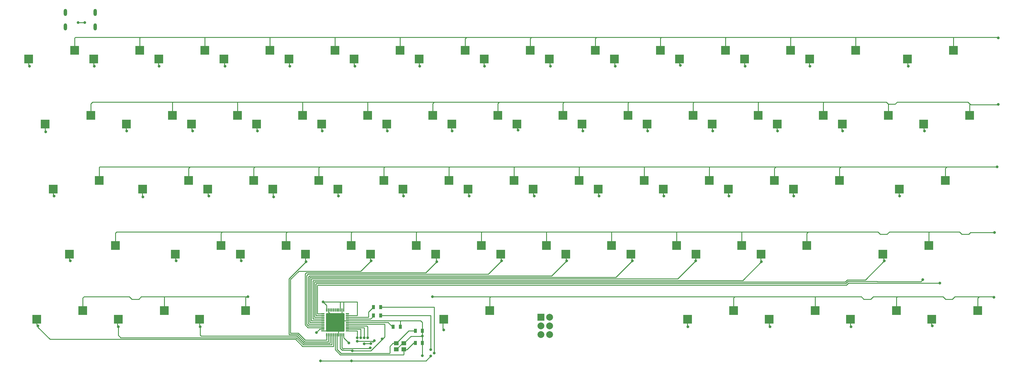
<source format=gbr>
%TF.GenerationSoftware,KiCad,Pcbnew,(6.0.8)*%
%TF.CreationDate,2023-01-01T11:03:00+00:00*%
%TF.ProjectId,USBKB,5553424b-422e-46b6-9963-61645f706362,rev?*%
%TF.SameCoordinates,Original*%
%TF.FileFunction,Copper,L2,Bot*%
%TF.FilePolarity,Positive*%
%FSLAX46Y46*%
G04 Gerber Fmt 4.6, Leading zero omitted, Abs format (unit mm)*
G04 Created by KiCad (PCBNEW (6.0.8)) date 2023-01-01 11:03:00*
%MOMM*%
%LPD*%
G01*
G04 APERTURE LIST*
G04 Aperture macros list*
%AMRoundRect*
0 Rectangle with rounded corners*
0 $1 Rounding radius*
0 $2 $3 $4 $5 $6 $7 $8 $9 X,Y pos of 4 corners*
0 Add a 4 corners polygon primitive as box body*
4,1,4,$2,$3,$4,$5,$6,$7,$8,$9,$2,$3,0*
0 Add four circle primitives for the rounded corners*
1,1,$1+$1,$2,$3*
1,1,$1+$1,$4,$5*
1,1,$1+$1,$6,$7*
1,1,$1+$1,$8,$9*
0 Add four rect primitives between the rounded corners*
20,1,$1+$1,$2,$3,$4,$5,0*
20,1,$1+$1,$4,$5,$6,$7,0*
20,1,$1+$1,$6,$7,$8,$9,0*
20,1,$1+$1,$8,$9,$2,$3,0*%
G04 Aperture macros list end*
%TA.AperFunction,SMDPad,CuDef*%
%ADD10R,2.550000X2.500000*%
%TD*%
%TA.AperFunction,ComponentPad*%
%ADD11O,1.000000X2.100000*%
%TD*%
%TA.AperFunction,ComponentPad*%
%ADD12R,2.000000X2.000000*%
%TD*%
%TA.AperFunction,ComponentPad*%
%ADD13C,2.000000*%
%TD*%
%TA.AperFunction,SMDPad,CuDef*%
%ADD14R,0.900000X1.300000*%
%TD*%
%TA.AperFunction,SMDPad,CuDef*%
%ADD15O,1.150000X0.300000*%
%TD*%
%TA.AperFunction,SMDPad,CuDef*%
%ADD16O,0.300000X1.150000*%
%TD*%
%TA.AperFunction,SMDPad,CuDef*%
%ADD17RoundRect,0.200000X2.500000X2.500000X-2.500000X2.500000X-2.500000X-2.500000X2.500000X-2.500000X0*%
%TD*%
%TA.AperFunction,SMDPad,CuDef*%
%ADD18R,1.400000X1.200000*%
%TD*%
%TA.AperFunction,ViaPad*%
%ADD19C,0.800000*%
%TD*%
%TA.AperFunction,Conductor*%
%ADD20C,0.250000*%
%TD*%
G04 APERTURE END LIST*
D10*
%TO.P,KSEVEN1,1*%
%TO.N,/ROW0*%
X172616180Y-33870000D03*
%TO.P,KSEVEN1,2*%
%TO.N,/COL7*%
X159166180Y-36410000D03*
%TD*%
%TO.P,KBSPACE1,1*%
%TO.N,/ROW0*%
X296441005Y-33870000D03*
%TO.P,KBSPACE1,2*%
%TO.N,/COL13*%
X282991005Y-36410000D03*
%TD*%
%TO.P,KE1,1*%
%TO.N,/ROW1*%
X105940003Y-52920000D03*
%TO.P,KE1,2*%
%TO.N,/COL3*%
X92490003Y-55460000D03*
%TD*%
%TO.P,KBSLASH1,1*%
%TO.N,/ROW1*%
X301202005Y-52920000D03*
%TO.P,KBSLASH1,2*%
%TO.N,/COL13*%
X287752005Y-55460000D03*
%TD*%
%TO.P,KA1,1*%
%TO.N,/ROW2*%
X72603005Y-71970000D03*
%TO.P,KA1,2*%
%TO.N,/COL1*%
X59153005Y-74510000D03*
%TD*%
%TO.P,KSPACE1,1*%
%TO.N,/ROW4*%
X160709005Y-110070000D03*
%TO.P,KSPACE1,2*%
%TO.N,/COL5*%
X147259005Y-112610000D03*
%TD*%
%TO.P,KC1,1*%
%TO.N,/ROW3*%
X120228005Y-91020000D03*
%TO.P,KC1,2*%
%TO.N,/COL3*%
X106778005Y-93560000D03*
%TD*%
%TO.P,KS1,1*%
%TO.N,/ROW2*%
X91653005Y-71970000D03*
%TO.P,KS1,2*%
%TO.N,/COL2*%
X78203005Y-74510000D03*
%TD*%
%TO.P,KF1,1*%
%TO.N,/ROW2*%
X129753005Y-71970000D03*
%TO.P,KF1,2*%
%TO.N,/COL4*%
X116303005Y-74510000D03*
%TD*%
%TO.P,KY1,1*%
%TO.N,/ROW1*%
X163090000Y-52920000D03*
%TO.P,KY1,2*%
%TO.N,/COL6*%
X149640000Y-55460000D03*
%TD*%
%TO.P,KCAPS1,1*%
%TO.N,/ROW2*%
X46409005Y-71970000D03*
%TO.P,KCAPS1,2*%
%TO.N,/COL0*%
X32959005Y-74510000D03*
%TD*%
%TO.P,KL1,1*%
%TO.N,/ROW2*%
X225003005Y-71970000D03*
%TO.P,KL1,2*%
%TO.N,/COL9*%
X211553005Y-74510000D03*
%TD*%
%TO.P,KB1,1*%
%TO.N,/ROW3*%
X158328005Y-91020000D03*
%TO.P,KB1,2*%
%TO.N,/COL5*%
X144878005Y-93560000D03*
%TD*%
%TO.P,KEIGHT1,1*%
%TO.N,/ROW0*%
X191666205Y-33870000D03*
%TO.P,KEIGHT1,2*%
%TO.N,/COL8*%
X178216205Y-36410000D03*
%TD*%
%TO.P,KRALT1,1*%
%TO.N,/ROW4*%
X232146005Y-110070000D03*
%TO.P,KRALT1,2*%
%TO.N,/COL8*%
X218696005Y-112610000D03*
%TD*%
%TO.P,KU1,1*%
%TO.N,/ROW1*%
X182139999Y-52920000D03*
%TO.P,KU1,2*%
%TO.N,/COL7*%
X168689999Y-55460000D03*
%TD*%
D11*
%TO.P,U1,*%
%TO.N,*%
X45220002Y-26945000D03*
X36580002Y-26945000D03*
X36580002Y-22765000D03*
X45220002Y-22765000D03*
%TD*%
D10*
%TO.P,KJ1,1*%
%TO.N,/ROW2*%
X186903005Y-71970000D03*
%TO.P,KJ1,2*%
%TO.N,/COL7*%
X173453005Y-74510000D03*
%TD*%
%TO.P,KSC1,1*%
%TO.N,/ROW2*%
X244053005Y-71970000D03*
%TO.P,KSC1,2*%
%TO.N,/COL10*%
X230603005Y-74510000D03*
%TD*%
%TO.P,KRB1,1*%
%TO.N,/ROW1*%
X277389994Y-52920000D03*
%TO.P,KRB1,2*%
%TO.N,/COL12*%
X263939994Y-55460000D03*
%TD*%
%TO.P,KZERO1,1*%
%TO.N,/ROW0*%
X229766255Y-33870000D03*
%TO.P,KZERO1,2*%
%TO.N,/COL10*%
X216316255Y-36410000D03*
%TD*%
%TO.P,KDASH1,1*%
%TO.N,/ROW0*%
X248816280Y-33870000D03*
%TO.P,KDASH1,2*%
%TO.N,/COL11*%
X235366280Y-36410000D03*
%TD*%
%TO.P,KLALT1,1*%
%TO.N,/ROW4*%
X89272505Y-110070000D03*
%TO.P,KLALT1,2*%
%TO.N,/COL2*%
X75822505Y-112610000D03*
%TD*%
%TO.P,KRCTRL1,1*%
%TO.N,/ROW4*%
X279771337Y-110070000D03*
%TO.P,KRCTRL1,2*%
%TO.N,/COL10*%
X266321337Y-112610000D03*
%TD*%
%TO.P,KZ1,1*%
%TO.N,/ROW3*%
X82128005Y-91020000D03*
%TO.P,KZ1,2*%
%TO.N,/COL1*%
X68678005Y-93560000D03*
%TD*%
%TO.P,KW1,1*%
%TO.N,/ROW1*%
X86890004Y-52920000D03*
%TO.P,KW1,2*%
%TO.N,/COL2*%
X73440004Y-55460000D03*
%TD*%
%TO.P,KLCTRL1,1*%
%TO.N,/ROW4*%
X41647005Y-110070000D03*
%TO.P,KLCTRL1,2*%
%TO.N,/COL0*%
X28197005Y-112610000D03*
%TD*%
%TO.P,KLS1,1*%
%TO.N,/ROW3*%
X51172005Y-91020000D03*
%TO.P,KLS1,2*%
%TO.N,/COL0*%
X37722005Y-93560000D03*
%TD*%
%TO.P,KFIVE1,1*%
%TO.N,/ROW0*%
X134516130Y-33870000D03*
%TO.P,KFIVE1,2*%
%TO.N,/COL5*%
X121066130Y-36410000D03*
%TD*%
%TO.P,KRMETA1,1*%
%TO.N,/ROW4*%
X255958671Y-110070000D03*
%TO.P,KRMETA1,2*%
%TO.N,/COL9*%
X242508671Y-112610000D03*
%TD*%
%TO.P,KFOUR1,1*%
%TO.N,/ROW0*%
X115466105Y-33870000D03*
%TO.P,KFOUR1,2*%
%TO.N,/COL4*%
X102016105Y-36410000D03*
%TD*%
%TO.P,KQ1,1*%
%TO.N,/ROW1*%
X67840005Y-52920000D03*
%TO.P,KQ1,2*%
%TO.N,/COL1*%
X54390005Y-55460000D03*
%TD*%
%TO.P,KI1,1*%
%TO.N,/ROW1*%
X201189998Y-52920000D03*
%TO.P,KI1,2*%
%TO.N,/COL8*%
X187739998Y-55460000D03*
%TD*%
%TO.P,KK1,1*%
%TO.N,/ROW2*%
X205953005Y-71970000D03*
%TO.P,KK1,2*%
%TO.N,/COL8*%
X192503005Y-74510000D03*
%TD*%
%TO.P,KLMETA1,1*%
%TO.N,/ROW4*%
X65459755Y-110070000D03*
%TO.P,KLMETA1,2*%
%TO.N,/COL1*%
X52009755Y-112610000D03*
%TD*%
%TO.P,KTWO1,1*%
%TO.N,/ROW0*%
X77366055Y-33870000D03*
%TO.P,KTWO1,2*%
%TO.N,/COL2*%
X63916055Y-36410000D03*
%TD*%
%TO.P,KEQUALS1,1*%
%TO.N,/ROW0*%
X267866305Y-33870000D03*
%TO.P,KEQUALS1,2*%
%TO.N,/COL12*%
X254416305Y-36410000D03*
%TD*%
%TO.P,KONE1,1*%
%TO.N,/ROW0*%
X58316030Y-33870000D03*
%TO.P,KONE1,2*%
%TO.N,/COL1*%
X44866030Y-36410000D03*
%TD*%
%TO.P,KNINE1,1*%
%TO.N,/ROW0*%
X210716230Y-33870000D03*
%TO.P,KNINE1,2*%
%TO.N,/COL9*%
X197266230Y-36410000D03*
%TD*%
%TO.P,KAP1,1*%
%TO.N,/ROW2*%
X263103005Y-71970000D03*
%TO.P,KAP1,2*%
%TO.N,/COL11*%
X249653005Y-74510000D03*
%TD*%
%TO.P,KFN1,1*%
%TO.N,/ROW4*%
X303584003Y-110070000D03*
%TO.P,KFN1,2*%
%TO.N,/COL11*%
X290134003Y-112610000D03*
%TD*%
%TO.P,KH1,1*%
%TO.N,/ROW2*%
X167853005Y-71970000D03*
%TO.P,KH1,2*%
%TO.N,/COL6*%
X154403005Y-74510000D03*
%TD*%
%TO.P,KFSLASH1,1*%
%TO.N,/ROW3*%
X253578005Y-91020000D03*
%TO.P,KFSLASH1,2*%
%TO.N,/COL10*%
X240128005Y-93560000D03*
%TD*%
%TO.P,KRS1,1*%
%TO.N,/ROW3*%
X289297005Y-91020000D03*
%TO.P,KRS1,2*%
%TO.N,/COL11*%
X275847005Y-93560000D03*
%TD*%
%TO.P,KO1,1*%
%TO.N,/ROW1*%
X220239997Y-52920000D03*
%TO.P,KO1,2*%
%TO.N,/COL9*%
X206789997Y-55460000D03*
%TD*%
%TO.P,KESC1,1*%
%TO.N,/ROW0*%
X39266005Y-33870000D03*
%TO.P,KESC1,2*%
%TO.N,/COL0*%
X25816005Y-36410000D03*
%TD*%
D12*
%TO.P,U2,1,MISO*%
%TO.N,/ROW1*%
X175730000Y-111960000D03*
D13*
%TO.P,U2,2,Vcc*%
%TO.N,Net-(U1-PadA4/B9)*%
X178270000Y-111960000D03*
%TO.P,U2,3,SCK*%
%TO.N,/ROW3*%
X175730000Y-114500000D03*
%TO.P,U2,4,MOSI*%
%TO.N,/ROW2*%
X178270000Y-114500000D03*
%TO.P,U2,5,RST*%
%TO.N,Net-(U2-Pad5)*%
X175730000Y-117040000D03*
%TO.P,U2,6,GND*%
%TO.N,Net-(C1-Pad1)*%
X178270000Y-117040000D03*
%TD*%
D10*
%TO.P,KTAB1,1*%
%TO.N,/ROW1*%
X44028005Y-52920000D03*
%TO.P,KTAB1,2*%
%TO.N,/COL0*%
X30578005Y-55460000D03*
%TD*%
%TO.P,KN1,1*%
%TO.N,/ROW3*%
X177378005Y-91020000D03*
%TO.P,KN1,2*%
%TO.N,/COL6*%
X163928005Y-93560000D03*
%TD*%
%TO.P,KCOMMA1,1*%
%TO.N,/ROW3*%
X215478005Y-91020000D03*
%TO.P,KCOMMA1,2*%
%TO.N,/COL8*%
X202028005Y-93560000D03*
%TD*%
%TO.P,KR1,1*%
%TO.N,/ROW1*%
X124990002Y-52920000D03*
%TO.P,KR1,2*%
%TO.N,/COL4*%
X111540002Y-55460000D03*
%TD*%
%TO.P,KPERIOD1,1*%
%TO.N,/ROW3*%
X234528005Y-91020000D03*
%TO.P,KPERIOD1,2*%
%TO.N,/COL9*%
X221078005Y-93560000D03*
%TD*%
%TO.P,KG1,1*%
%TO.N,/ROW2*%
X148803005Y-71970000D03*
%TO.P,KG1,2*%
%TO.N,/COL5*%
X135353005Y-74510000D03*
%TD*%
%TO.P,KP1,1*%
%TO.N,/ROW1*%
X239289996Y-52920000D03*
%TO.P,KP1,2*%
%TO.N,/COL10*%
X225839996Y-55460000D03*
%TD*%
%TO.P,KM1,1*%
%TO.N,/ROW3*%
X196428005Y-91020000D03*
%TO.P,KM1,2*%
%TO.N,/COL7*%
X182978005Y-93560000D03*
%TD*%
%TO.P,KSIX1,1*%
%TO.N,/ROW0*%
X153566155Y-33870000D03*
%TO.P,KSIX1,2*%
%TO.N,/COL6*%
X140116155Y-36410000D03*
%TD*%
%TO.P,KRETURN1,1*%
%TO.N,/ROW2*%
X294059005Y-71970000D03*
%TO.P,KRETURN1,2*%
%TO.N,/COL12*%
X280609005Y-74510000D03*
%TD*%
%TO.P,KTHREE1,1*%
%TO.N,/ROW0*%
X96416080Y-33870000D03*
%TO.P,KTHREE1,2*%
%TO.N,/COL3*%
X82966080Y-36410000D03*
%TD*%
%TO.P,KX1,1*%
%TO.N,/ROW3*%
X101178005Y-91020000D03*
%TO.P,KX1,2*%
%TO.N,/COL2*%
X87728005Y-93560000D03*
%TD*%
%TO.P,KT1,1*%
%TO.N,/ROW1*%
X144040001Y-52920000D03*
%TO.P,KT1,2*%
%TO.N,/COL5*%
X130590001Y-55460000D03*
%TD*%
%TO.P,KLB1,1*%
%TO.N,/ROW1*%
X258339995Y-52920000D03*
%TO.P,KLB1,2*%
%TO.N,/COL11*%
X244889995Y-55460000D03*
%TD*%
%TO.P,KV1,1*%
%TO.N,/ROW3*%
X139278005Y-91020000D03*
%TO.P,KV1,2*%
%TO.N,/COL4*%
X125828005Y-93560000D03*
%TD*%
%TO.P,KD1,1*%
%TO.N,/ROW2*%
X110703005Y-71970000D03*
%TO.P,KD1,2*%
%TO.N,/COL3*%
X97253005Y-74510000D03*
%TD*%
D14*
%TO.P,R2,1*%
%TO.N,Net-(R2-Pad1)*%
X126700000Y-109000000D03*
%TO.P,R2,2*%
%TO.N,Net-(R2-Pad2)*%
X128800000Y-109000000D03*
%TD*%
%TO.P,C2,1*%
%TO.N,Net-(C1-Pad1)*%
X141050000Y-119500000D03*
%TO.P,C2,2*%
%TO.N,Net-(C2-Pad2)*%
X138950000Y-119500000D03*
%TD*%
%TO.P,C3,1*%
%TO.N,Net-(C1-Pad1)*%
X141050000Y-116000000D03*
%TO.P,C3,2*%
%TO.N,Net-(C3-Pad2)*%
X138950000Y-116000000D03*
%TD*%
%TO.P,C1,1*%
%TO.N,Net-(C1-Pad1)*%
X134550000Y-114750000D03*
%TO.P,C1,2*%
%TO.N,Net-(C1-Pad2)*%
X132450000Y-114750000D03*
%TD*%
D15*
%TO.P,U3,1,PE6*%
%TO.N,unconnected-(U3-Pad1)*%
X119125000Y-111000000D03*
%TO.P,U3,2,UVcc*%
%TO.N,Net-(U1-PadA4/B9)*%
X119125000Y-111500000D03*
%TO.P,U3,3,D-*%
%TO.N,Net-(R2-Pad1)*%
X119125000Y-112000000D03*
%TO.P,U3,4,D+*%
%TO.N,Net-(R1-Pad1)*%
X119125000Y-112500000D03*
%TO.P,U3,5,UGnd*%
%TO.N,Net-(C1-Pad1)*%
X119125000Y-113000000D03*
%TO.P,U3,6,UCap*%
%TO.N,Net-(C1-Pad2)*%
X119125000Y-113500000D03*
%TO.P,U3,7,VBus*%
%TO.N,Net-(U1-PadA4/B9)*%
X119125000Y-114000000D03*
%TO.P,U3,8,PB0(SS)*%
%TO.N,/ROW4*%
X119125000Y-114500000D03*
%TO.P,U3,9,PB1(SCL)*%
%TO.N,/ROW3*%
X119125000Y-115000000D03*
%TO.P,U3,10,PB2(MOSI)*%
%TO.N,/ROW2*%
X119125000Y-115500000D03*
%TO.P,U3,11,PB3(MISO)*%
%TO.N,/ROW1*%
X119125000Y-116000000D03*
D16*
%TO.P,U3,12,PB7*%
%TO.N,/ROW0*%
X118000000Y-117125000D03*
%TO.P,U3,13,~{RESET}*%
%TO.N,Net-(U2-Pad5)*%
X117500000Y-117125000D03*
%TO.P,U3,14,Vcc*%
%TO.N,Net-(U1-PadA4/B9)*%
X117000000Y-117125000D03*
%TO.P,U3,15,GND*%
%TO.N,Net-(C1-Pad1)*%
X116500000Y-117125000D03*
%TO.P,U3,16,XTAL2*%
%TO.N,Net-(C3-Pad2)*%
X116000000Y-117125000D03*
%TO.P,U3,17,XTAL1*%
%TO.N,Net-(C2-Pad2)*%
X115500000Y-117125000D03*
%TO.P,U3,18,PD0*%
%TO.N,/COL0*%
X115000000Y-117125000D03*
%TO.P,U3,19,PD1*%
%TO.N,/COL1*%
X114500000Y-117125000D03*
%TO.P,U3,20,PD2*%
%TO.N,/COL2*%
X114000000Y-117125000D03*
%TO.P,U3,21,PD3*%
%TO.N,/COL3*%
X113500000Y-117125000D03*
%TO.P,U3,22,PD5*%
%TO.N,/COL4*%
X113000000Y-117125000D03*
D15*
%TO.P,U3,23,GND*%
%TO.N,Net-(C1-Pad1)*%
X111875000Y-116000000D03*
%TO.P,U3,24,AVcc*%
%TO.N,Net-(U1-PadA4/B9)*%
X111875000Y-115500000D03*
%TO.P,U3,25,PD4*%
%TO.N,/COL5*%
X111875000Y-115000000D03*
%TO.P,U3,26,PD6*%
%TO.N,/COL6*%
X111875000Y-114500000D03*
%TO.P,U3,27,PD7*%
%TO.N,/COL7*%
X111875000Y-114000000D03*
%TO.P,U3,28,PB4*%
%TO.N,/COL8*%
X111875000Y-113500000D03*
%TO.P,U3,29,PB5*%
%TO.N,/COL9*%
X111875000Y-113000000D03*
%TO.P,U3,30,PB6*%
%TO.N,/COL10*%
X111875000Y-112500000D03*
%TO.P,U3,31,PC6*%
%TO.N,/COL11*%
X111875000Y-112000000D03*
%TO.P,U3,32,PC7*%
%TO.N,/COL12*%
X111875000Y-111500000D03*
%TO.P,U3,33,PE2*%
%TO.N,/COL13*%
X111875000Y-111000000D03*
D16*
%TO.P,U3,34,Vcc*%
%TO.N,Net-(U1-PadA4/B9)*%
X113000000Y-109875000D03*
%TO.P,U3,35,GND*%
%TO.N,Net-(C1-Pad1)*%
X113500000Y-109875000D03*
%TO.P,U3,36,PF7*%
%TO.N,unconnected-(U3-Pad36)*%
X114000000Y-109875000D03*
%TO.P,U3,37,PF6*%
%TO.N,unconnected-(U3-Pad37)*%
X114500000Y-109875000D03*
%TO.P,U3,38,PF5*%
%TO.N,unconnected-(U3-Pad38)*%
X115000000Y-109875000D03*
%TO.P,U3,39,PF4*%
%TO.N,unconnected-(U3-Pad39)*%
X115500000Y-109875000D03*
%TO.P,U3,40,PF1*%
%TO.N,unconnected-(U3-Pad40)*%
X116000000Y-109875000D03*
%TO.P,U3,41,PF0*%
%TO.N,unconnected-(U3-Pad41)*%
X116500000Y-109875000D03*
%TO.P,U3,42,AREF*%
%TO.N,Net-(U1-PadA4/B9)*%
X117000000Y-109875000D03*
%TO.P,U3,43,GND*%
%TO.N,Net-(C1-Pad1)*%
X117500000Y-109875000D03*
%TO.P,U3,44,AVcc*%
%TO.N,Net-(U1-PadA4/B9)*%
X118000000Y-109875000D03*
D17*
%TO.P,U3,45,GND*%
%TO.N,Net-(C1-Pad1)*%
X115500000Y-113500000D03*
%TD*%
D14*
%TO.P,R1,1*%
%TO.N,Net-(R1-Pad1)*%
X126700000Y-111500000D03*
%TO.P,R1,2*%
%TO.N,Net-(R1-Pad2)*%
X128800000Y-111500000D03*
%TD*%
D18*
%TO.P,Y1,1,1*%
%TO.N,Net-(C2-Pad2)*%
X135600000Y-121350000D03*
%TO.P,Y1,2,2*%
%TO.N,Net-(C1-Pad1)*%
X133400000Y-121350000D03*
%TO.P,Y1,3,3*%
%TO.N,Net-(C3-Pad2)*%
X133400000Y-119650000D03*
%TO.P,Y1,4,4*%
%TO.N,Net-(C1-Pad1)*%
X135600000Y-119650000D03*
%TD*%
D19*
%TO.N,Net-(C1-Pad1)*%
X141000000Y-123250000D03*
X141050000Y-117475500D03*
%TO.N,/ROW2*%
X123000000Y-118000000D03*
X309225500Y-68000000D03*
%TO.N,/COL1*%
X54500000Y-57500000D03*
X69000000Y-95500000D03*
X59250000Y-76750000D03*
X52000000Y-114750000D03*
X44997978Y-38493818D03*
%TO.N,/COL11*%
X290250000Y-114500000D03*
X249750000Y-76500000D03*
X276250000Y-95500000D03*
X245000000Y-57500000D03*
X235500000Y-38500000D03*
%TO.N,/ROW3*%
X308500000Y-87175000D03*
X124000000Y-118000000D03*
X125975402Y-119725402D03*
X124000000Y-119750000D03*
%TO.N,/COL5*%
X145250000Y-95750000D03*
X135500000Y-76500000D03*
X130750000Y-57500000D03*
X147250000Y-115750000D03*
X121250000Y-38500000D03*
%TO.N,/ROW1*%
X122000000Y-119000000D03*
X122000000Y-118000000D03*
X127000000Y-118825500D03*
X309620495Y-49675000D03*
%TO.N,/COL13*%
X288000000Y-57500000D03*
X283250000Y-38500000D03*
X292500000Y-102000000D03*
%TO.N,/ROW0*%
X119500000Y-119500000D03*
X309620495Y-30175000D03*
%TO.N,/COL3*%
X83248960Y-38499999D03*
X107000000Y-95750000D03*
X97500000Y-76750000D03*
X92750000Y-57500000D03*
%TO.N,/COL0*%
X28500000Y-114500000D03*
X38000000Y-95500000D03*
X26000000Y-38500000D03*
X30750000Y-57750000D03*
X33250000Y-76500000D03*
%TO.N,/COL8*%
X178500000Y-38500000D03*
X218750000Y-114750000D03*
X202500000Y-95500000D03*
X188000000Y-57500000D03*
X192750000Y-76500000D03*
%TO.N,/COL12*%
X264000000Y-57500000D03*
X287500000Y-101000000D03*
X280750000Y-76500000D03*
X254500000Y-38500000D03*
%TO.N,/COL4*%
X126000000Y-95500000D03*
X116500000Y-76500000D03*
X111750000Y-57500000D03*
X102250000Y-38500000D03*
%TO.N,/ROW4*%
X308325500Y-106175000D03*
X144000000Y-106000000D03*
X125000000Y-118000000D03*
X90000000Y-106000000D03*
%TO.N,/COL10*%
X216500000Y-38250000D03*
X226000000Y-57500000D03*
X230750000Y-76500000D03*
X266500000Y-114750000D03*
X240250000Y-95750000D03*
%TO.N,/COL6*%
X154750000Y-76500000D03*
X149750000Y-57500000D03*
X164250000Y-95500000D03*
X140250000Y-38500000D03*
%TO.N,/COL7*%
X159250000Y-38500000D03*
X169000000Y-57250000D03*
X183250000Y-95500000D03*
X173750000Y-76500000D03*
%TO.N,/COL9*%
X221000000Y-95500000D03*
X242750000Y-114750000D03*
X207000000Y-57500000D03*
X197500000Y-38500000D03*
X211750000Y-76500000D03*
%TO.N,/COL2*%
X88000000Y-95500000D03*
X63999364Y-38493818D03*
X78500000Y-76500000D03*
X76000000Y-114750000D03*
X73750000Y-57500000D03*
%TO.N,Net-(R1-Pad2)*%
X143500000Y-121500000D03*
%TO.N,Net-(R2-Pad2)*%
X40264720Y-25735132D03*
X42250000Y-25750000D03*
X144500000Y-122500000D03*
%TO.N,Net-(U2-Pad5)*%
X125737701Y-120987701D03*
%TO.N,Net-(U1-PadA4/B9)*%
X111250000Y-124750000D03*
X120250000Y-124750000D03*
X110000000Y-116500000D03*
X112000000Y-107500000D03*
X143500000Y-123325500D03*
X129250000Y-118375500D03*
X120500000Y-121825500D03*
%TD*%
D20*
%TO.N,Net-(C1-Pad1)*%
X130500000Y-113000000D02*
X134750000Y-113000000D01*
X141050000Y-116000000D02*
X141050000Y-117550000D01*
X141050000Y-113550000D02*
X141050000Y-116000000D01*
X115500000Y-113500000D02*
X117500000Y-111500000D01*
X115500000Y-113500000D02*
X115500000Y-112500000D01*
X117921751Y-113000000D02*
X119125000Y-113000000D01*
X141050000Y-123200000D02*
X141050000Y-119500000D01*
X113000000Y-116000000D02*
X111875000Y-116000000D01*
X141000000Y-123250000D02*
X141050000Y-123200000D01*
X134550000Y-114750000D02*
X134550000Y-113200000D01*
X116500000Y-114500000D02*
X116500000Y-117125000D01*
X130050000Y-113050000D02*
X130000000Y-113000000D01*
X135200000Y-119650000D02*
X135600000Y-119650000D01*
X134550000Y-113200000D02*
X134750000Y-113000000D01*
X115500000Y-113500000D02*
X117421751Y-113500000D01*
X119125000Y-113000000D02*
X130500000Y-113000000D01*
X115500000Y-112500000D02*
X113500000Y-110500000D01*
X130000000Y-113000000D02*
X130500000Y-113000000D01*
X115500000Y-113500000D02*
X116500000Y-114500000D01*
X117500000Y-111500000D02*
X117500000Y-109875000D01*
X134750000Y-113000000D02*
X140500000Y-113000000D01*
X137700000Y-117550000D02*
X135600000Y-119650000D01*
X133500000Y-121350000D02*
X135200000Y-119650000D01*
X133400000Y-121350000D02*
X133500000Y-121350000D01*
X113500000Y-110500000D02*
X113500000Y-109875000D01*
X115500000Y-113500000D02*
X113000000Y-116000000D01*
X117421751Y-113500000D02*
X117921751Y-113000000D01*
X141050000Y-117550000D02*
X141050000Y-119500000D01*
X140500000Y-113000000D02*
X141050000Y-113550000D01*
X141050000Y-117550000D02*
X137700000Y-117550000D01*
%TO.N,Net-(C1-Pad2)*%
X119125000Y-113500000D02*
X123772792Y-113500000D01*
X132450000Y-114750000D02*
X132250000Y-114750000D01*
X132250000Y-114750000D02*
X131000000Y-113500000D01*
X131000000Y-113500000D02*
X123772792Y-113500000D01*
%TO.N,Net-(C2-Pad2)*%
X136500000Y-121500000D02*
X135750000Y-121500000D01*
X135600000Y-122900000D02*
X135600000Y-121350000D01*
X135750000Y-121500000D02*
X135600000Y-121350000D01*
X115500000Y-117125000D02*
X115500000Y-121500000D01*
X138500000Y-119500000D02*
X136500000Y-121500000D01*
X135500000Y-123000000D02*
X135600000Y-122900000D01*
X115500000Y-121500000D02*
X117000000Y-123000000D01*
X117000000Y-123000000D02*
X135500000Y-123000000D01*
X138950000Y-119500000D02*
X138500000Y-119500000D01*
%TO.N,Net-(C3-Pad2)*%
X137050000Y-116000000D02*
X133400000Y-119650000D01*
X117186396Y-122550000D02*
X116000000Y-121363604D01*
X131450000Y-122550000D02*
X131500000Y-122500000D01*
X133400000Y-119650000D02*
X132350000Y-119650000D01*
X120500000Y-122550000D02*
X117186396Y-122550000D01*
X138950000Y-116000000D02*
X137050000Y-116000000D01*
X120500000Y-122550000D02*
X131450000Y-122550000D01*
X116000000Y-121363604D02*
X116000000Y-117125000D01*
X131500000Y-122500000D02*
X131500000Y-120500000D01*
X131500000Y-120500000D02*
X132350000Y-119650000D01*
%TO.N,/ROW2*%
X92000000Y-68000000D02*
X91653005Y-68346995D01*
X110703005Y-68296995D02*
X110703005Y-71970000D01*
X294059005Y-68440995D02*
X294059005Y-71970000D01*
X46500000Y-68000000D02*
X73000000Y-68000000D01*
X244500000Y-68000000D02*
X263500000Y-68000000D01*
X168000000Y-68000000D02*
X167853005Y-68146995D01*
X111000000Y-68000000D02*
X130000000Y-68000000D01*
X123000000Y-115500000D02*
X119125000Y-115500000D01*
X294500000Y-68000000D02*
X294059005Y-68440995D01*
X187000000Y-68000000D02*
X206000000Y-68000000D01*
X263103005Y-68396995D02*
X263103005Y-71970000D01*
X149000000Y-68000000D02*
X168000000Y-68000000D01*
X167853005Y-68146995D02*
X167853005Y-71970000D01*
X168000000Y-68000000D02*
X187000000Y-68000000D01*
X244500000Y-68000000D02*
X244053005Y-68446995D01*
X111000000Y-68000000D02*
X110703005Y-68296995D01*
X73000000Y-68000000D02*
X92000000Y-68000000D01*
X205953005Y-68046995D02*
X205953005Y-71970000D01*
X91653005Y-68346995D02*
X91653005Y-71970000D01*
X46409005Y-71970000D02*
X46409005Y-68090995D01*
X263500000Y-68000000D02*
X294500000Y-68000000D01*
X206000000Y-68000000D02*
X225000000Y-68000000D01*
X130000000Y-68000000D02*
X129753005Y-68246995D01*
X129753005Y-68246995D02*
X129753005Y-71970000D01*
X130000000Y-68000000D02*
X149000000Y-68000000D01*
X244053005Y-68446995D02*
X244053005Y-71970000D01*
X225000000Y-68000000D02*
X225003005Y-68003005D01*
X225003005Y-68003005D02*
X225003005Y-71970000D01*
X225000000Y-68000000D02*
X244500000Y-68000000D01*
X72603005Y-68396995D02*
X72603005Y-71970000D01*
X73000000Y-68000000D02*
X72603005Y-68396995D01*
X309225500Y-68000000D02*
X294500000Y-68000000D01*
X148803005Y-68196995D02*
X148803005Y-71970000D01*
X263500000Y-68000000D02*
X263103005Y-68396995D01*
X149000000Y-68000000D02*
X148803005Y-68196995D01*
X92000000Y-68000000D02*
X111000000Y-68000000D01*
X123000000Y-118000000D02*
X123000000Y-115500000D01*
X206000000Y-68000000D02*
X205953005Y-68046995D01*
X186903005Y-68096995D02*
X186903005Y-71970000D01*
X187000000Y-68000000D02*
X186903005Y-68096995D01*
X46409005Y-68090995D02*
X46500000Y-68000000D01*
%TO.N,/COL1*%
X54316005Y-57316005D02*
X54500000Y-57500000D01*
X54316005Y-55410000D02*
X54316005Y-57316005D01*
X68816005Y-93410000D02*
X68816005Y-95316005D01*
X52000000Y-117250000D02*
X52750000Y-118000000D01*
X114500000Y-120050000D02*
X114500000Y-117125000D01*
X44813983Y-38309823D02*
X44997978Y-38493818D01*
X68816005Y-95316005D02*
X69000000Y-95500000D01*
X51816005Y-114566005D02*
X52000000Y-114750000D01*
X104136396Y-118000000D02*
X106186396Y-120050000D01*
X44813983Y-36403818D02*
X44813983Y-38309823D01*
X52000000Y-114750000D02*
X52000000Y-117250000D01*
X51816005Y-112660000D02*
X51816005Y-114566005D01*
X59066005Y-76566005D02*
X59250000Y-76750000D01*
X106186396Y-120050000D02*
X114500000Y-120050000D01*
X52750000Y-118000000D02*
X104136396Y-118000000D01*
X59066005Y-74660000D02*
X59066005Y-76566005D01*
%TO.N,/COL11*%
X270689301Y-101060699D02*
X276250000Y-95500000D01*
X235316005Y-36410000D02*
X235316005Y-38316005D01*
X276066005Y-93410000D02*
X276066005Y-95316005D01*
X235316005Y-38316005D02*
X235500000Y-38500000D01*
X249566005Y-74410000D02*
X249566005Y-76316005D01*
X111875000Y-112000000D02*
X109421506Y-112000000D01*
X290066005Y-112410000D02*
X290066005Y-114316005D01*
X276066005Y-95316005D02*
X276250000Y-95500000D01*
X244816005Y-55410000D02*
X244816005Y-57316005D01*
X264805159Y-101650000D02*
X265394460Y-101060699D01*
X109500000Y-101650000D02*
X264805159Y-101650000D01*
X290066005Y-114316005D02*
X290250000Y-114500000D01*
X244816005Y-57316005D02*
X245000000Y-57500000D01*
X109421506Y-101728494D02*
X109500000Y-101650000D01*
X265394460Y-101060699D02*
X270689301Y-101060699D01*
X109421506Y-112000000D02*
X109421506Y-101728494D01*
X249566005Y-76316005D02*
X249750000Y-76500000D01*
%TO.N,/ROW3*%
X274339951Y-87000000D02*
X275039252Y-87699301D01*
X196500000Y-87000000D02*
X215500000Y-87000000D01*
X196500000Y-87000000D02*
X196428005Y-87071995D01*
X139278005Y-87221995D02*
X139278005Y-91020000D01*
X234556010Y-87000000D02*
X254000000Y-87000000D01*
X177500000Y-87000000D02*
X177378005Y-87121995D01*
X253578005Y-87421995D02*
X253578005Y-91020000D01*
X289297005Y-87202995D02*
X289297005Y-91020000D01*
X51172005Y-91020000D02*
X51172005Y-87327995D01*
X234528005Y-87028005D02*
X234528005Y-91020000D01*
X298215951Y-87000000D02*
X289500000Y-87000000D01*
X215500000Y-87000000D02*
X234500000Y-87000000D01*
X277022758Y-87699301D02*
X277722059Y-87000000D01*
X254000000Y-87000000D02*
X274339951Y-87000000D01*
X120228005Y-87271995D02*
X120228005Y-91020000D01*
X158500000Y-87000000D02*
X177500000Y-87000000D01*
X101500000Y-87000000D02*
X120500000Y-87000000D01*
X120500000Y-87000000D02*
X120228005Y-87271995D01*
X125975402Y-119725402D02*
X124024598Y-119725402D01*
X254000000Y-87000000D02*
X253578005Y-87421995D01*
X51172005Y-87327995D02*
X51500000Y-87000000D01*
X177378005Y-87121995D02*
X177378005Y-91020000D01*
X300975699Y-87699301D02*
X298915252Y-87699301D01*
X298915252Y-87699301D02*
X298215951Y-87000000D01*
X196428005Y-87071995D02*
X196428005Y-91020000D01*
X119125000Y-115000000D02*
X124000000Y-115000000D01*
X120500000Y-87000000D02*
X139500000Y-87000000D01*
X215500000Y-87000000D02*
X215478005Y-87021995D01*
X82128005Y-87371995D02*
X82128005Y-91020000D01*
X301500000Y-87175000D02*
X300975699Y-87699301D01*
X177500000Y-87000000D02*
X196500000Y-87000000D01*
X101500000Y-87000000D02*
X101178005Y-87321995D01*
X277722059Y-87000000D02*
X289500000Y-87000000D01*
X275039252Y-87699301D02*
X277022758Y-87699301D01*
X101178005Y-87321995D02*
X101178005Y-91020000D01*
X124000000Y-115000000D02*
X124000000Y-118000000D01*
X139500000Y-87000000D02*
X139278005Y-87221995D01*
X234500000Y-87000000D02*
X234528005Y-87028005D01*
X82500000Y-87000000D02*
X101500000Y-87000000D01*
X51500000Y-87000000D02*
X82500000Y-87000000D01*
X158328005Y-87171995D02*
X158328005Y-91020000D01*
X289500000Y-87000000D02*
X289297005Y-87202995D01*
X139500000Y-87000000D02*
X158500000Y-87000000D01*
X234528005Y-87028005D02*
X234556010Y-87000000D01*
X124024598Y-119725402D02*
X124000000Y-119750000D01*
X158500000Y-87000000D02*
X158328005Y-87171995D01*
X82500000Y-87000000D02*
X82128005Y-87371995D01*
X308500000Y-87175000D02*
X301500000Y-87175000D01*
X215478005Y-87021995D02*
X215478005Y-91020000D01*
%TO.N,/COL5*%
X106721506Y-99278494D02*
X106721506Y-114221506D01*
X145250000Y-95750000D02*
X142050000Y-98950000D01*
X145066005Y-95566005D02*
X145250000Y-95750000D01*
X142050000Y-98950000D02*
X107050000Y-98950000D01*
X121066005Y-36410000D02*
X121066005Y-38316005D01*
X145066005Y-93660000D02*
X145066005Y-95566005D01*
X106721506Y-114221506D02*
X107500000Y-115000000D01*
X130566005Y-57316005D02*
X130750000Y-57500000D01*
X107500000Y-115000000D02*
X111875000Y-115000000D01*
X107050000Y-98950000D02*
X106721506Y-99278494D01*
X121066005Y-38316005D02*
X121250000Y-38500000D01*
X147066005Y-113660000D02*
X147066005Y-115566005D01*
X147066005Y-115566005D02*
X147250000Y-115750000D01*
X130566005Y-55410000D02*
X130566005Y-57316005D01*
X135316005Y-74410000D02*
X135316005Y-76316005D01*
X135316005Y-76316005D02*
X135500000Y-76500000D01*
%TO.N,/ROW1*%
X182500000Y-49000000D02*
X185000000Y-49000000D01*
X220239997Y-52920000D02*
X220239997Y-49260003D01*
X276910976Y-49089025D02*
X277421252Y-49599301D01*
X124990002Y-52920000D02*
X124990002Y-49009998D01*
X239289996Y-52920000D02*
X239289996Y-49210004D01*
X201500000Y-49000000D02*
X203500000Y-49000000D01*
X125000000Y-49000000D02*
X127000000Y-49000000D01*
X301297252Y-49599301D02*
X301400699Y-49599301D01*
X126275305Y-119000000D02*
X122000000Y-119000000D01*
X122000000Y-118000000D02*
X122000000Y-116000000D01*
X122000000Y-116000000D02*
X119125000Y-116000000D01*
X301575699Y-49774301D02*
X301400699Y-49599301D01*
X126575500Y-119250000D02*
X126525305Y-119250000D01*
X259500000Y-49000000D02*
X276500000Y-49000000D01*
X241000000Y-49000000D02*
X259500000Y-49000000D01*
X239500000Y-49000000D02*
X241000000Y-49000000D01*
X277421252Y-49599301D02*
X277599301Y-49599301D01*
X44028005Y-52920000D02*
X44028005Y-49471995D01*
X163090000Y-52920000D02*
X163090000Y-49410000D01*
X67840005Y-52920000D02*
X67840005Y-49159995D01*
X300848976Y-49151025D02*
X301098976Y-49401025D01*
X258339995Y-52920000D02*
X258339995Y-49160005D01*
X279000000Y-49599301D02*
X279400699Y-49599301D01*
X105940003Y-49059997D02*
X106000000Y-49000000D01*
X301098976Y-49401025D02*
X301297252Y-49599301D01*
X144040001Y-52920000D02*
X144040001Y-49459999D01*
X300697951Y-49000000D02*
X300848976Y-49151025D01*
X277389994Y-49808608D02*
X277599301Y-49599301D01*
X68000000Y-49000000D02*
X68500000Y-49000000D01*
X44500000Y-49000000D02*
X68000000Y-49000000D01*
X88500000Y-49000000D02*
X106000000Y-49000000D01*
X279400699Y-49599301D02*
X280000000Y-49000000D01*
X221500000Y-49000000D02*
X239500000Y-49000000D01*
X220239997Y-49260003D02*
X220500000Y-49000000D01*
X201189998Y-52920000D02*
X201189998Y-49310002D01*
X106000000Y-49000000D02*
X108000000Y-49000000D01*
X239289996Y-49210004D02*
X239500000Y-49000000D01*
X201189998Y-49310002D02*
X201500000Y-49000000D01*
X67840005Y-49159995D02*
X68000000Y-49000000D01*
X44028005Y-49471995D02*
X44500000Y-49000000D01*
X182139999Y-49360001D02*
X182500000Y-49000000D01*
X277599301Y-49599301D02*
X279000000Y-49599301D01*
X280000000Y-49000000D02*
X300697951Y-49000000D01*
X127000000Y-118825500D02*
X126575500Y-119250000D01*
X185000000Y-49000000D02*
X201500000Y-49000000D01*
X277389994Y-52920000D02*
X277389994Y-49808608D01*
X220500000Y-49000000D02*
X221500000Y-49000000D01*
X68500000Y-49000000D02*
X87000000Y-49000000D01*
X108000000Y-49000000D02*
X125000000Y-49000000D01*
X124990002Y-49009998D02*
X125000000Y-49000000D01*
X301202005Y-49797995D02*
X301400699Y-49599301D01*
X258339995Y-49160005D02*
X258500000Y-49000000D01*
X163500000Y-49000000D02*
X144500000Y-49000000D01*
X309521194Y-49774301D02*
X301575699Y-49774301D01*
X86890004Y-49109996D02*
X87000000Y-49000000D01*
X276500000Y-49000000D02*
X276821951Y-49000000D01*
X301202005Y-52920000D02*
X301202005Y-49797995D01*
X127000000Y-49000000D02*
X144500000Y-49000000D01*
X163090000Y-49410000D02*
X163500000Y-49000000D01*
X86890004Y-52920000D02*
X86890004Y-49109996D01*
X126525305Y-119250000D02*
X126275305Y-119000000D01*
X309620495Y-49675000D02*
X309521194Y-49774301D01*
X144040001Y-49459999D02*
X144500000Y-49000000D01*
X105940003Y-52920000D02*
X105940003Y-49059997D01*
X203500000Y-49000000D02*
X220500000Y-49000000D01*
X163500000Y-49000000D02*
X182500000Y-49000000D01*
X276821951Y-49000000D02*
X276910976Y-49089025D01*
X87000000Y-49000000D02*
X88500000Y-49000000D01*
X182139999Y-52920000D02*
X182139999Y-49360001D01*
%TO.N,/COL13*%
X110321506Y-102678494D02*
X110321506Y-111000000D01*
X110321506Y-111000000D02*
X111875000Y-111000000D01*
X283066005Y-36410000D02*
X283066005Y-38316005D01*
X273960699Y-101960699D02*
X265767252Y-101960699D01*
X265177951Y-102550000D02*
X110450000Y-102550000D01*
X265767252Y-101960699D02*
X265177951Y-102550000D01*
X110450000Y-102550000D02*
X110321506Y-102678494D01*
X287816005Y-57316005D02*
X288000000Y-57500000D01*
X292500000Y-102000000D02*
X274000000Y-102000000D01*
X274000000Y-102000000D02*
X273960699Y-101960699D01*
X283066005Y-38316005D02*
X283250000Y-38500000D01*
X287816005Y-55410000D02*
X287816005Y-57316005D01*
%TO.N,/ROW0*%
X267866305Y-33870000D02*
X267866305Y-30133695D01*
X58316030Y-30183970D02*
X58500000Y-30000000D01*
X296500000Y-30000000D02*
X309445495Y-30000000D01*
X309445495Y-30000000D02*
X309620495Y-30175000D01*
X134516130Y-30016130D02*
X134500000Y-30000000D01*
X248816280Y-33870000D02*
X248816280Y-30183720D01*
X296500000Y-30000000D02*
X268000000Y-30000000D01*
X134500000Y-30000000D02*
X115500000Y-30000000D01*
X248816280Y-30183720D02*
X249000000Y-30000000D01*
X154000000Y-30000000D02*
X134500000Y-30000000D01*
X191666205Y-30333795D02*
X192000000Y-30000000D01*
X118000000Y-118000000D02*
X118000000Y-117125000D01*
X249000000Y-30000000D02*
X230000000Y-30000000D01*
X96416080Y-30083920D02*
X96500000Y-30000000D01*
X115466105Y-30033895D02*
X115500000Y-30000000D01*
X39266005Y-30233995D02*
X39500000Y-30000000D01*
X153566155Y-33870000D02*
X153566155Y-30433845D01*
X229766255Y-33870000D02*
X229766255Y-30233745D01*
X210716230Y-33870000D02*
X210716230Y-30283770D01*
X296441005Y-30058995D02*
X296500000Y-30000000D01*
X39266005Y-33870000D02*
X39266005Y-30233995D01*
X172616180Y-30383820D02*
X173000000Y-30000000D01*
X77366055Y-30133945D02*
X77500000Y-30000000D01*
X115466105Y-33870000D02*
X115466105Y-30033895D01*
X191666205Y-33870000D02*
X191666205Y-30333795D01*
X58316030Y-33870000D02*
X58316030Y-30183970D01*
X134516130Y-33870000D02*
X134516130Y-30016130D01*
X77500000Y-30000000D02*
X58500000Y-30000000D01*
X115500000Y-30000000D02*
X96500000Y-30000000D01*
X267866305Y-30133695D02*
X268000000Y-30000000D01*
X229766255Y-30233745D02*
X230000000Y-30000000D01*
X77366055Y-33870000D02*
X77366055Y-30133945D01*
X296441005Y-33870000D02*
X296441005Y-30058995D01*
X173000000Y-30000000D02*
X154000000Y-30000000D01*
X230000000Y-30000000D02*
X211000000Y-30000000D01*
X119500000Y-119500000D02*
X118000000Y-118000000D01*
X58500000Y-30000000D02*
X39500000Y-30000000D01*
X309370495Y-30175000D02*
X309620495Y-30175000D01*
X96416080Y-33870000D02*
X96416080Y-30083920D01*
X268000000Y-30000000D02*
X249000000Y-30000000D01*
X96500000Y-30000000D02*
X77500000Y-30000000D01*
X211000000Y-30000000D02*
X192000000Y-30000000D01*
X172616180Y-33870000D02*
X172616180Y-30383820D01*
X210716230Y-30283770D02*
X211000000Y-30000000D01*
X153566155Y-30433845D02*
X154000000Y-30000000D01*
X192000000Y-30000000D02*
X173000000Y-30000000D01*
%TO.N,/COL3*%
X83064965Y-36409999D02*
X83064965Y-38316004D01*
X106559188Y-119150000D02*
X113500000Y-119150000D01*
X92566005Y-55410000D02*
X92566005Y-57316005D01*
X97316005Y-74660000D02*
X97316005Y-76566005D01*
X113500000Y-119150000D02*
X113500000Y-117125000D01*
X104484189Y-117075001D02*
X106559188Y-119150000D01*
X97316005Y-76566005D02*
X97500000Y-76750000D01*
X102000000Y-117075001D02*
X104484189Y-117075001D01*
X92566005Y-57316005D02*
X92750000Y-57500000D01*
X106816005Y-95566005D02*
X107000000Y-95750000D01*
X107000000Y-95750000D02*
X102000000Y-100750000D01*
X83064965Y-38316004D02*
X83248960Y-38499999D01*
X106816005Y-93660000D02*
X106816005Y-95566005D01*
X102000000Y-100750000D02*
X102000000Y-117075001D01*
%TO.N,/COL0*%
X25816005Y-36410000D02*
X25816005Y-38316005D01*
X103950000Y-118450000D02*
X106000000Y-120500000D01*
X37722005Y-95222005D02*
X38000000Y-95500000D01*
X106000000Y-120500000D02*
X115000000Y-120500000D01*
X28197005Y-114197005D02*
X28500000Y-114500000D01*
X115000000Y-120500000D02*
X115000000Y-117125000D01*
X25816005Y-38316005D02*
X26000000Y-38500000D01*
X28500000Y-114500000D02*
X28500000Y-114940764D01*
X32009236Y-118450000D02*
X103950000Y-118450000D01*
X37722005Y-93560000D02*
X37722005Y-95222005D01*
X30578005Y-57578005D02*
X30750000Y-57750000D01*
X32959005Y-76209005D02*
X33250000Y-76500000D01*
X28197005Y-112610000D02*
X28197005Y-114197005D01*
X32959005Y-74510000D02*
X32959005Y-76209005D01*
X30578005Y-55460000D02*
X30578005Y-57578005D01*
X28500000Y-114940764D02*
X32009236Y-118450000D01*
%TO.N,/COL8*%
X187816005Y-57316005D02*
X188000000Y-57500000D01*
X192566005Y-74410000D02*
X192566005Y-76316005D01*
X202500000Y-95500000D02*
X197700000Y-100300000D01*
X197700000Y-100300000D02*
X108200000Y-100300000D01*
X202316005Y-95316005D02*
X202500000Y-95500000D01*
X108200000Y-100300000D02*
X108071506Y-100428494D01*
X192566005Y-76316005D02*
X192750000Y-76500000D01*
X178316005Y-36410000D02*
X178316005Y-38316005D01*
X108071506Y-100428494D02*
X108071506Y-113500000D01*
X178316005Y-38316005D02*
X178500000Y-38500000D01*
X202316005Y-93410000D02*
X202316005Y-95316005D01*
X218566005Y-114566005D02*
X218750000Y-114750000D01*
X108071506Y-113500000D02*
X111875000Y-113500000D01*
X187816005Y-55410000D02*
X187816005Y-57316005D01*
X218566005Y-112660000D02*
X218566005Y-114566005D01*
%TO.N,/COL12*%
X280566005Y-76316005D02*
X280750000Y-76500000D01*
X286950000Y-101550000D02*
X287500000Y-101000000D01*
X264991555Y-102100000D02*
X265580856Y-101510699D01*
X280566005Y-74410000D02*
X280566005Y-76316005D01*
X263816005Y-57316005D02*
X264000000Y-57500000D01*
X274186396Y-101550000D02*
X286950000Y-101550000D01*
X111875000Y-111500000D02*
X109871506Y-111500000D01*
X254316005Y-38316005D02*
X254500000Y-38500000D01*
X274147095Y-101510699D02*
X274186396Y-101550000D01*
X110000000Y-102100000D02*
X264991555Y-102100000D01*
X265580856Y-101510699D02*
X274147095Y-101510699D01*
X109871506Y-102228494D02*
X110000000Y-102100000D01*
X254316005Y-36410000D02*
X254316005Y-38316005D01*
X109871506Y-111500000D02*
X109871506Y-102228494D01*
X263816005Y-55410000D02*
X263816005Y-57316005D01*
%TO.N,/COL4*%
X111566005Y-57316005D02*
X111750000Y-57500000D01*
X102450000Y-100936396D02*
X102450000Y-116625001D01*
X126000000Y-95500000D02*
X123000000Y-98500000D01*
X116316005Y-74410000D02*
X116316005Y-76316005D01*
X125816005Y-93410000D02*
X125816005Y-95316005D01*
X123000000Y-98500000D02*
X104886396Y-98500000D01*
X113000000Y-118700000D02*
X113000000Y-117125000D01*
X104670585Y-116625001D02*
X106745584Y-118700000D01*
X106745584Y-118700000D02*
X113000000Y-118700000D01*
X116316005Y-76316005D02*
X116500000Y-76500000D01*
X104886396Y-98500000D02*
X102450000Y-100936396D01*
X102066005Y-38316005D02*
X102250000Y-38500000D01*
X102066005Y-36410000D02*
X102066005Y-38316005D01*
X102450000Y-116625001D02*
X104670585Y-116625001D01*
X125816005Y-95316005D02*
X126000000Y-95500000D01*
X111566005Y-55410000D02*
X111566005Y-57316005D01*
%TO.N,/ROW4*%
X280000000Y-106000000D02*
X293403951Y-106000000D01*
X272260758Y-106749301D02*
X273010059Y-106000000D01*
X232500000Y-106000000D02*
X232146005Y-106353995D01*
X269500000Y-106000000D02*
X270249301Y-106749301D01*
X42000000Y-106000000D02*
X55278951Y-106000000D01*
X65500000Y-106000000D02*
X89500000Y-106000000D01*
X308150500Y-106000000D02*
X308325500Y-106175000D01*
X280000000Y-106000000D02*
X279771337Y-106228663D01*
X65459755Y-106040245D02*
X65459755Y-110070000D01*
X304000000Y-106000000D02*
X308150500Y-106000000D01*
X296136758Y-106749301D02*
X296886059Y-106000000D01*
X58761059Y-106000000D02*
X65500000Y-106000000D01*
X89500000Y-106000000D02*
X90000000Y-106000000D01*
X296886059Y-106000000D02*
X304000000Y-106000000D01*
X160709005Y-106290995D02*
X160709005Y-110070000D01*
X293403951Y-106000000D02*
X294153252Y-106749301D01*
X125000000Y-118000000D02*
X125000000Y-114750000D01*
X232146005Y-106353995D02*
X232146005Y-110070000D01*
X89500000Y-106000000D02*
X89272505Y-106227495D01*
X144000000Y-106000000D02*
X161000000Y-106000000D01*
X303584003Y-106415997D02*
X303584003Y-110070000D01*
X270249301Y-106749301D02*
X272260758Y-106749301D01*
X89272505Y-106227495D02*
X89272505Y-110070000D01*
X273010059Y-106000000D02*
X280000000Y-106000000D01*
X58011758Y-106749301D02*
X58761059Y-106000000D01*
X55278951Y-106000000D02*
X56028252Y-106749301D01*
X255958671Y-106041329D02*
X255958671Y-110070000D01*
X161000000Y-106000000D02*
X160709005Y-106290995D01*
X65500000Y-106000000D02*
X65459755Y-106040245D01*
X161000000Y-106000000D02*
X232500000Y-106000000D01*
X125000000Y-114750000D02*
X124750000Y-114500000D01*
X272260758Y-106749301D02*
X270277252Y-106749301D01*
X279771337Y-106228663D02*
X279771337Y-110070000D01*
X56028252Y-106749301D02*
X58011758Y-106749301D01*
X256000000Y-106000000D02*
X255958671Y-106041329D01*
X294153252Y-106749301D02*
X296136758Y-106749301D01*
X256000000Y-106000000D02*
X269500000Y-106000000D01*
X304000000Y-106000000D02*
X303584003Y-106415997D01*
X41647005Y-106352995D02*
X42000000Y-106000000D01*
X232500000Y-106000000D02*
X256000000Y-106000000D01*
X41647005Y-110070000D02*
X41647005Y-106352995D01*
X124750000Y-114500000D02*
X119125000Y-114500000D01*
%TO.N,/COL10*%
X266316005Y-112660000D02*
X266316005Y-114566005D01*
X266316005Y-114566005D02*
X266500000Y-114750000D01*
X108971506Y-101228494D02*
X108971506Y-112471506D01*
X216316005Y-36160000D02*
X216316005Y-38066005D01*
X108971506Y-112471506D02*
X109000000Y-112500000D01*
X240066005Y-95566005D02*
X240250000Y-95750000D01*
X216316005Y-38066005D02*
X216500000Y-38250000D01*
X234800000Y-101200000D02*
X109000000Y-101200000D01*
X225816005Y-57316005D02*
X226000000Y-57500000D01*
X109000000Y-101200000D02*
X108971506Y-101228494D01*
X240066005Y-93660000D02*
X240066005Y-95566005D01*
X230566005Y-76316005D02*
X230750000Y-76500000D01*
X230566005Y-74410000D02*
X230566005Y-76316005D01*
X225816005Y-55410000D02*
X225816005Y-57316005D01*
X109000000Y-112500000D02*
X111875000Y-112500000D01*
X240250000Y-95750000D02*
X234800000Y-101200000D01*
%TO.N,/COL6*%
X164066005Y-93410000D02*
X164066005Y-95316005D01*
X164066005Y-95316005D02*
X164250000Y-95500000D01*
X149566005Y-55410000D02*
X149566005Y-57316005D01*
X149566005Y-57316005D02*
X149750000Y-57500000D01*
X107171506Y-114000000D02*
X107671506Y-114500000D01*
X107600000Y-99400000D02*
X107171506Y-99828494D01*
X107171506Y-99828494D02*
X107171506Y-114000000D01*
X107671506Y-114500000D02*
X111875000Y-114500000D01*
X140066005Y-36410000D02*
X140066005Y-38316005D01*
X164250000Y-95500000D02*
X160350000Y-99400000D01*
X140066005Y-38316005D02*
X140250000Y-38500000D01*
X154566005Y-76316005D02*
X154750000Y-76500000D01*
X160350000Y-99400000D02*
X107600000Y-99400000D01*
X154566005Y-74410000D02*
X154566005Y-76316005D01*
%TO.N,/COL7*%
X173566005Y-74410000D02*
X173566005Y-76316005D01*
X168816005Y-57066005D02*
X169000000Y-57250000D01*
X178900000Y-99850000D02*
X183250000Y-95500000D01*
X159066005Y-38316005D02*
X159250000Y-38500000D01*
X183066005Y-95316005D02*
X183250000Y-95500000D01*
X108000000Y-99850000D02*
X178900000Y-99850000D01*
X159066005Y-36410000D02*
X159066005Y-38316005D01*
X107621506Y-100228494D02*
X108000000Y-99850000D01*
X173566005Y-76316005D02*
X173750000Y-76500000D01*
X107621506Y-113813604D02*
X107621506Y-100228494D01*
X107807902Y-114000000D02*
X107621506Y-113813604D01*
X168816005Y-55160000D02*
X168816005Y-57066005D01*
X183066005Y-93410000D02*
X183066005Y-95316005D01*
X111875000Y-114000000D02*
X107807902Y-114000000D01*
%TO.N,/COL9*%
X221000000Y-95500000D02*
X215750000Y-100750000D01*
X211566005Y-74410000D02*
X211566005Y-76316005D01*
X108521506Y-113000000D02*
X111875000Y-113000000D01*
X206816005Y-57316005D02*
X207000000Y-57500000D01*
X197316005Y-38316005D02*
X197500000Y-38500000D01*
X108521506Y-100750000D02*
X108521506Y-113000000D01*
X215750000Y-100750000D02*
X108521506Y-100750000D01*
X242566005Y-112660000D02*
X242566005Y-114566005D01*
X206816005Y-55410000D02*
X206816005Y-57316005D01*
X242566005Y-114566005D02*
X242750000Y-114750000D01*
X221066005Y-95433995D02*
X221066005Y-93410000D01*
X197316005Y-36410000D02*
X197316005Y-38316005D01*
X211566005Y-76316005D02*
X211750000Y-76500000D01*
%TO.N,/COL2*%
X78316005Y-74410000D02*
X78316005Y-76316005D01*
X76000000Y-114750000D02*
X76000000Y-117250000D01*
X76000000Y-117250000D02*
X76275001Y-117525001D01*
X73566005Y-55410000D02*
X73566005Y-57316005D01*
X87816005Y-93410000D02*
X87816005Y-95316005D01*
X114000000Y-119600000D02*
X114000000Y-117125000D01*
X87816005Y-95316005D02*
X88000000Y-95500000D01*
X73566005Y-57316005D02*
X73750000Y-57500000D01*
X75816005Y-114566005D02*
X76000000Y-114750000D01*
X63815369Y-36403818D02*
X63815369Y-38309823D01*
X63815369Y-38309823D02*
X63999364Y-38493818D01*
X76275001Y-117525001D02*
X104297793Y-117525001D01*
X106372792Y-119600000D02*
X114000000Y-119600000D01*
X104297793Y-117525001D02*
X106372792Y-119600000D01*
X75816005Y-112660000D02*
X75816005Y-114566005D01*
X78316005Y-76316005D02*
X78500000Y-76500000D01*
%TO.N,Net-(R1-Pad1)*%
X126700000Y-111700000D02*
X125900000Y-112500000D01*
X125900000Y-112500000D02*
X119125000Y-112500000D01*
X126700000Y-111500000D02*
X126700000Y-111700000D01*
%TO.N,Net-(R1-Pad2)*%
X143500000Y-121500000D02*
X143500000Y-111500000D01*
X143500000Y-111500000D02*
X128800000Y-111500000D01*
%TO.N,Net-(R2-Pad1)*%
X126700000Y-109000000D02*
X125250000Y-110450000D01*
X125250000Y-110450000D02*
X125250000Y-112000000D01*
X125250000Y-112000000D02*
X119125000Y-112000000D01*
%TO.N,Net-(R2-Pad2)*%
X144500000Y-109000000D02*
X128800000Y-109000000D01*
X144500000Y-122500000D02*
X144500000Y-109000000D01*
X40264720Y-25735132D02*
X40279588Y-25750000D01*
X40279588Y-25750000D02*
X42250000Y-25750000D01*
%TO.N,Net-(U2-Pad5)*%
X117522792Y-120977208D02*
X117745584Y-121200000D01*
X117500000Y-117125000D02*
X117500000Y-120954416D01*
X118099500Y-121100500D02*
X120500000Y-121100500D01*
X118000000Y-121200000D02*
X118099500Y-121100500D01*
X117500000Y-120954416D02*
X117522792Y-120977208D01*
X120500000Y-121100500D02*
X125624902Y-121100500D01*
X125624902Y-121100500D02*
X125737701Y-120987701D01*
X117745584Y-121200000D02*
X118000000Y-121200000D01*
%TO.N,Net-(U1-PadA4/B9)*%
X118000000Y-107500000D02*
X118000000Y-109875000D01*
X130000000Y-117750000D02*
X125924500Y-121825500D01*
X120250000Y-124750000D02*
X111250000Y-124750000D01*
X117559188Y-121650000D02*
X118000000Y-121650000D01*
X125924500Y-121825500D02*
X120500000Y-121825500D01*
X117000000Y-107500000D02*
X118000000Y-107500000D01*
X119125000Y-114000000D02*
X130000000Y-114000000D01*
X117204594Y-121295406D02*
X117559188Y-121650000D01*
X122000000Y-111500000D02*
X119125000Y-111500000D01*
X120324500Y-121650000D02*
X120500000Y-121825500D01*
X122000000Y-107500000D02*
X122000000Y-111500000D01*
X112000000Y-107500000D02*
X113000000Y-108500000D01*
X117000000Y-121090812D02*
X117204594Y-121295406D01*
X130000000Y-114000000D02*
X130000000Y-117750000D01*
X140750000Y-124750000D02*
X120250000Y-124750000D01*
X112000000Y-107500000D02*
X117000000Y-107500000D01*
X111000000Y-115500000D02*
X110000000Y-116500000D01*
X143500000Y-123325500D02*
X142075500Y-124750000D01*
X117000000Y-117125000D02*
X117000000Y-121090812D01*
X113000000Y-108500000D02*
X113000000Y-109875000D01*
X118000000Y-121650000D02*
X120324500Y-121650000D01*
X142075500Y-124750000D02*
X140750000Y-124750000D01*
X118000000Y-107500000D02*
X122000000Y-107500000D01*
X117000000Y-107500000D02*
X117000000Y-109875000D01*
X111875000Y-115500000D02*
X111000000Y-115500000D01*
%TD*%
M02*

</source>
